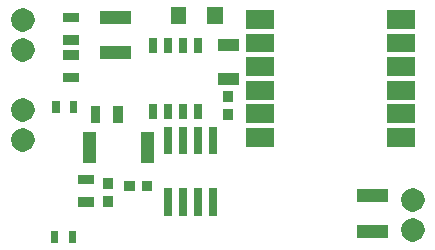
<source format=gts>
%TF.GenerationSoftware,KiCad,Pcbnew,5.0.2-bee76a0~70~ubuntu18.04.1*%
%TF.CreationDate,2019-04-02T12:12:55+02:00*%
%TF.ProjectId,HVPS_SMD,48565053-5f53-44d4-942e-6b696361645f,rev?*%
%TF.SameCoordinates,Original*%
%TF.FileFunction,Soldermask,Top*%
%TF.FilePolarity,Negative*%
%FSLAX46Y46*%
G04 Gerber Fmt 4.6, Leading zero omitted, Abs format (unit mm)*
G04 Created by KiCad (PCBNEW 5.0.2-bee76a0~70~ubuntu18.04.1) date Di 02 Apr 2019 12:12:55 CEST*
%MOMM*%
%LPD*%
G01*
G04 APERTURE LIST*
%ADD10C,0.127000*%
G04 APERTURE END LIST*
D10*
G36*
X184819000Y-82415000D02*
X184219000Y-82415000D01*
X184219000Y-81415000D01*
X184819000Y-81415000D01*
X184819000Y-82415000D01*
X184819000Y-82415000D01*
G37*
G36*
X183319000Y-82415000D02*
X182719000Y-82415000D01*
X182719000Y-81415000D01*
X183319000Y-81415000D01*
X183319000Y-82415000D01*
X183319000Y-82415000D01*
G37*
G36*
X213648713Y-80328237D02*
X213828845Y-80402850D01*
X213990964Y-80511174D01*
X214128826Y-80649036D01*
X214237150Y-80811155D01*
X214311763Y-80991287D01*
X214349800Y-81182512D01*
X214349800Y-81377488D01*
X214311763Y-81568713D01*
X214237150Y-81748845D01*
X214128826Y-81910964D01*
X213990964Y-82048826D01*
X213828845Y-82157150D01*
X213648713Y-82231763D01*
X213457488Y-82269800D01*
X213262512Y-82269800D01*
X213071287Y-82231763D01*
X212891155Y-82157150D01*
X212729036Y-82048826D01*
X212591174Y-81910964D01*
X212482850Y-81748845D01*
X212408237Y-81568713D01*
X212370200Y-81377488D01*
X212370200Y-81182512D01*
X212408237Y-80991287D01*
X212482850Y-80811155D01*
X212591174Y-80649036D01*
X212729036Y-80511174D01*
X212891155Y-80402850D01*
X213071287Y-80328237D01*
X213262512Y-80290200D01*
X213457488Y-80290200D01*
X213648713Y-80328237D01*
X213648713Y-80328237D01*
G37*
G36*
X211231000Y-81957000D02*
X208631000Y-81957000D01*
X208631000Y-80857000D01*
X211231000Y-80857000D01*
X211231000Y-81957000D01*
X211231000Y-81957000D01*
G37*
G36*
X195548720Y-80075240D02*
X194849280Y-80075240D01*
X194849280Y-77775600D01*
X195548720Y-77775600D01*
X195548720Y-80075240D01*
X195548720Y-80075240D01*
G37*
G36*
X193008720Y-80075240D02*
X192309280Y-80075240D01*
X192309280Y-77775600D01*
X193008720Y-77775600D01*
X193008720Y-80075240D01*
X193008720Y-80075240D01*
G37*
G36*
X194278720Y-80075240D02*
X193579280Y-80075240D01*
X193579280Y-77775600D01*
X194278720Y-77775600D01*
X194278720Y-80075240D01*
X194278720Y-80075240D01*
G37*
G36*
X196818720Y-80075240D02*
X196119280Y-80075240D01*
X196119280Y-77775600D01*
X196818720Y-77775600D01*
X196818720Y-80075240D01*
X196818720Y-80075240D01*
G37*
G36*
X213648713Y-77788237D02*
X213828845Y-77862850D01*
X213990964Y-77971174D01*
X214128826Y-78109036D01*
X214237150Y-78271155D01*
X214311763Y-78451287D01*
X214349800Y-78642512D01*
X214349800Y-78837488D01*
X214311763Y-79028713D01*
X214237150Y-79208845D01*
X214128826Y-79370964D01*
X213990964Y-79508826D01*
X213828845Y-79617150D01*
X213648713Y-79691763D01*
X213457488Y-79729800D01*
X213262512Y-79729800D01*
X213071287Y-79691763D01*
X212891155Y-79617150D01*
X212729036Y-79508826D01*
X212591174Y-79370964D01*
X212482850Y-79208845D01*
X212408237Y-79028713D01*
X212370200Y-78837488D01*
X212370200Y-78642512D01*
X212408237Y-78451287D01*
X212482850Y-78271155D01*
X212591174Y-78109036D01*
X212729036Y-77971174D01*
X212891155Y-77862850D01*
X213071287Y-77788237D01*
X213262512Y-77750200D01*
X213457488Y-77750200D01*
X213648713Y-77788237D01*
X213648713Y-77788237D01*
G37*
G36*
X186374000Y-79328000D02*
X184974000Y-79328000D01*
X184974000Y-78528000D01*
X186374000Y-78528000D01*
X186374000Y-79328000D01*
X186374000Y-79328000D01*
G37*
G36*
X188004000Y-79305000D02*
X187154000Y-79305000D01*
X187154000Y-78405000D01*
X188004000Y-78405000D01*
X188004000Y-79305000D01*
X188004000Y-79305000D01*
G37*
G36*
X211231000Y-78957000D02*
X208631000Y-78957000D01*
X208631000Y-77857000D01*
X211231000Y-77857000D01*
X211231000Y-78957000D01*
X211231000Y-78957000D01*
G37*
G36*
X189819000Y-78022000D02*
X188919000Y-78022000D01*
X188919000Y-77172000D01*
X189819000Y-77172000D01*
X189819000Y-78022000D01*
X189819000Y-78022000D01*
G37*
G36*
X191319000Y-78022000D02*
X190419000Y-78022000D01*
X190419000Y-77172000D01*
X191319000Y-77172000D01*
X191319000Y-78022000D01*
X191319000Y-78022000D01*
G37*
G36*
X188004000Y-77805000D02*
X187154000Y-77805000D01*
X187154000Y-76905000D01*
X188004000Y-76905000D01*
X188004000Y-77805000D01*
X188004000Y-77805000D01*
G37*
G36*
X186374000Y-77428000D02*
X184974000Y-77428000D01*
X184974000Y-76628000D01*
X186374000Y-76628000D01*
X186374000Y-77428000D01*
X186374000Y-77428000D01*
G37*
G36*
X186568000Y-75595000D02*
X185468000Y-75595000D01*
X185468000Y-72995000D01*
X186568000Y-72995000D01*
X186568000Y-75595000D01*
X186568000Y-75595000D01*
G37*
G36*
X191468000Y-75595000D02*
X190368000Y-75595000D01*
X190368000Y-72995000D01*
X191468000Y-72995000D01*
X191468000Y-75595000D01*
X191468000Y-75595000D01*
G37*
G36*
X194278720Y-74878400D02*
X193579280Y-74878400D01*
X193579280Y-72578760D01*
X194278720Y-72578760D01*
X194278720Y-74878400D01*
X194278720Y-74878400D01*
G37*
G36*
X196818720Y-74878400D02*
X196119280Y-74878400D01*
X196119280Y-72578760D01*
X196818720Y-72578760D01*
X196818720Y-74878400D01*
X196818720Y-74878400D01*
G37*
G36*
X195548720Y-74878400D02*
X194849280Y-74878400D01*
X194849280Y-72578760D01*
X195548720Y-72578760D01*
X195548720Y-74878400D01*
X195548720Y-74878400D01*
G37*
G36*
X193008720Y-74878400D02*
X192309280Y-74878400D01*
X192309280Y-72578760D01*
X193008720Y-72578760D01*
X193008720Y-74878400D01*
X193008720Y-74878400D01*
G37*
G36*
X180628713Y-72708237D02*
X180808845Y-72782850D01*
X180970964Y-72891174D01*
X181108826Y-73029036D01*
X181217150Y-73191155D01*
X181291763Y-73371287D01*
X181329800Y-73562512D01*
X181329800Y-73757488D01*
X181291763Y-73948713D01*
X181217150Y-74128845D01*
X181108826Y-74290964D01*
X180970964Y-74428826D01*
X180808845Y-74537150D01*
X180628713Y-74611763D01*
X180437488Y-74649800D01*
X180242512Y-74649800D01*
X180051287Y-74611763D01*
X179871155Y-74537150D01*
X179709036Y-74428826D01*
X179571174Y-74290964D01*
X179462850Y-74128845D01*
X179388237Y-73948713D01*
X179350200Y-73757488D01*
X179350200Y-73562512D01*
X179388237Y-73371287D01*
X179462850Y-73191155D01*
X179571174Y-73029036D01*
X179709036Y-72891174D01*
X179871155Y-72782850D01*
X180051287Y-72708237D01*
X180242512Y-72670200D01*
X180437488Y-72670200D01*
X180628713Y-72708237D01*
X180628713Y-72708237D01*
G37*
G36*
X201574870Y-74251020D02*
X199226970Y-74251020D01*
X199226970Y-72652420D01*
X201574870Y-72652420D01*
X201574870Y-74251020D01*
X201574870Y-74251020D01*
G37*
G36*
X213523030Y-74251020D02*
X211175130Y-74251020D01*
X211175130Y-72652420D01*
X213523030Y-72652420D01*
X213523030Y-74251020D01*
X213523030Y-74251020D01*
G37*
G36*
X213523030Y-72252040D02*
X211175130Y-72252040D01*
X211175130Y-70653440D01*
X213523030Y-70653440D01*
X213523030Y-72252040D01*
X213523030Y-72252040D01*
G37*
G36*
X201574870Y-72252040D02*
X199226970Y-72252040D01*
X199226970Y-70653440D01*
X201574870Y-70653440D01*
X201574870Y-72252040D01*
X201574870Y-72252040D01*
G37*
G36*
X188802000Y-72201000D02*
X188002000Y-72201000D01*
X188002000Y-70801000D01*
X188802000Y-70801000D01*
X188802000Y-72201000D01*
X188802000Y-72201000D01*
G37*
G36*
X186902000Y-72201000D02*
X186102000Y-72201000D01*
X186102000Y-70801000D01*
X186902000Y-70801000D01*
X186902000Y-72201000D01*
X186902000Y-72201000D01*
G37*
G36*
X180628713Y-70168237D02*
X180808845Y-70242850D01*
X180970964Y-70351174D01*
X181108826Y-70489036D01*
X181217150Y-70651155D01*
X181291763Y-70831287D01*
X181329800Y-71022512D01*
X181329800Y-71217488D01*
X181291763Y-71408713D01*
X181217150Y-71588845D01*
X181108826Y-71750964D01*
X180970964Y-71888826D01*
X180808845Y-71997150D01*
X180628713Y-72071763D01*
X180437488Y-72109800D01*
X180242512Y-72109800D01*
X180051287Y-72071763D01*
X179871155Y-71997150D01*
X179709036Y-71888826D01*
X179571174Y-71750964D01*
X179462850Y-71588845D01*
X179388237Y-71408713D01*
X179350200Y-71217488D01*
X179350200Y-71022512D01*
X179388237Y-70831287D01*
X179462850Y-70651155D01*
X179571174Y-70489036D01*
X179709036Y-70351174D01*
X179871155Y-70242850D01*
X180051287Y-70168237D01*
X180242512Y-70130200D01*
X180437488Y-70130200D01*
X180628713Y-70168237D01*
X180628713Y-70168237D01*
G37*
G36*
X198164000Y-71939000D02*
X197314000Y-71939000D01*
X197314000Y-71039000D01*
X198164000Y-71039000D01*
X198164000Y-71939000D01*
X198164000Y-71939000D01*
G37*
G36*
X191738720Y-71896440D02*
X191039280Y-71896440D01*
X191039280Y-70597560D01*
X191738720Y-70597560D01*
X191738720Y-71896440D01*
X191738720Y-71896440D01*
G37*
G36*
X195548720Y-71896440D02*
X194849280Y-71896440D01*
X194849280Y-70597560D01*
X195548720Y-70597560D01*
X195548720Y-71896440D01*
X195548720Y-71896440D01*
G37*
G36*
X193008720Y-71896440D02*
X192309280Y-71896440D01*
X192309280Y-70597560D01*
X193008720Y-70597560D01*
X193008720Y-71896440D01*
X193008720Y-71896440D01*
G37*
G36*
X194278720Y-71896440D02*
X193579280Y-71896440D01*
X193579280Y-70597560D01*
X194278720Y-70597560D01*
X194278720Y-71896440D01*
X194278720Y-71896440D01*
G37*
G36*
X183446000Y-71366000D02*
X182846000Y-71366000D01*
X182846000Y-70366000D01*
X183446000Y-70366000D01*
X183446000Y-71366000D01*
X183446000Y-71366000D01*
G37*
G36*
X184946000Y-71366000D02*
X184346000Y-71366000D01*
X184346000Y-70366000D01*
X184946000Y-70366000D01*
X184946000Y-71366000D01*
X184946000Y-71366000D01*
G37*
G36*
X198164000Y-70439000D02*
X197314000Y-70439000D01*
X197314000Y-69539000D01*
X198164000Y-69539000D01*
X198164000Y-70439000D01*
X198164000Y-70439000D01*
G37*
G36*
X213523030Y-70250520D02*
X211175130Y-70250520D01*
X211175130Y-68651920D01*
X213523030Y-68651920D01*
X213523030Y-70250520D01*
X213523030Y-70250520D01*
G37*
G36*
X201574870Y-70250520D02*
X199226970Y-70250520D01*
X199226970Y-68651920D01*
X201574870Y-68651920D01*
X201574870Y-70250520D01*
X201574870Y-70250520D01*
G37*
G36*
X198639000Y-69006000D02*
X196839000Y-69006000D01*
X196839000Y-68006000D01*
X198639000Y-68006000D01*
X198639000Y-69006000D01*
X198639000Y-69006000D01*
G37*
G36*
X185104000Y-68787000D02*
X183704000Y-68787000D01*
X183704000Y-67987000D01*
X185104000Y-67987000D01*
X185104000Y-68787000D01*
X185104000Y-68787000D01*
G37*
G36*
X201574870Y-68254080D02*
X199226970Y-68254080D01*
X199226970Y-66655480D01*
X201574870Y-66655480D01*
X201574870Y-68254080D01*
X201574870Y-68254080D01*
G37*
G36*
X213523030Y-68254080D02*
X211175130Y-68254080D01*
X211175130Y-66655480D01*
X213523030Y-66655480D01*
X213523030Y-68254080D01*
X213523030Y-68254080D01*
G37*
G36*
X180628713Y-65088237D02*
X180808845Y-65162850D01*
X180970964Y-65271174D01*
X181108826Y-65409036D01*
X181217150Y-65571155D01*
X181291763Y-65751287D01*
X181329800Y-65942512D01*
X181329800Y-66137488D01*
X181291763Y-66328713D01*
X181217150Y-66508845D01*
X181108826Y-66670964D01*
X180970964Y-66808826D01*
X180808845Y-66917150D01*
X180628713Y-66991763D01*
X180437488Y-67029800D01*
X180242512Y-67029800D01*
X180051287Y-66991763D01*
X179871155Y-66917150D01*
X179709036Y-66808826D01*
X179571174Y-66670964D01*
X179462850Y-66508845D01*
X179388237Y-66328713D01*
X179350200Y-66137488D01*
X179350200Y-65942512D01*
X179388237Y-65751287D01*
X179462850Y-65571155D01*
X179571174Y-65409036D01*
X179709036Y-65271174D01*
X179871155Y-65162850D01*
X180051287Y-65088237D01*
X180242512Y-65050200D01*
X180437488Y-65050200D01*
X180628713Y-65088237D01*
X180628713Y-65088237D01*
G37*
G36*
X185104000Y-66887000D02*
X183704000Y-66887000D01*
X183704000Y-66087000D01*
X185104000Y-66087000D01*
X185104000Y-66887000D01*
X185104000Y-66887000D01*
G37*
G36*
X189514000Y-66820000D02*
X186914000Y-66820000D01*
X186914000Y-65720000D01*
X189514000Y-65720000D01*
X189514000Y-66820000D01*
X189514000Y-66820000D01*
G37*
G36*
X193008720Y-66298280D02*
X192309280Y-66298280D01*
X192309280Y-64999400D01*
X193008720Y-64999400D01*
X193008720Y-66298280D01*
X193008720Y-66298280D01*
G37*
G36*
X195548720Y-66298280D02*
X194849280Y-66298280D01*
X194849280Y-64999400D01*
X195548720Y-64999400D01*
X195548720Y-66298280D01*
X195548720Y-66298280D01*
G37*
G36*
X191738720Y-66298280D02*
X191039280Y-66298280D01*
X191039280Y-64999400D01*
X191738720Y-64999400D01*
X191738720Y-66298280D01*
X191738720Y-66298280D01*
G37*
G36*
X194278720Y-66298280D02*
X193579280Y-66298280D01*
X193579280Y-64999400D01*
X194278720Y-64999400D01*
X194278720Y-66298280D01*
X194278720Y-66298280D01*
G37*
G36*
X201574870Y-66252560D02*
X199226970Y-66252560D01*
X199226970Y-64653960D01*
X201574870Y-64653960D01*
X201574870Y-66252560D01*
X201574870Y-66252560D01*
G37*
G36*
X213523030Y-66252560D02*
X211175130Y-66252560D01*
X211175130Y-64653960D01*
X213523030Y-64653960D01*
X213523030Y-66252560D01*
X213523030Y-66252560D01*
G37*
G36*
X198639000Y-66106000D02*
X196839000Y-66106000D01*
X196839000Y-65106000D01*
X198639000Y-65106000D01*
X198639000Y-66106000D01*
X198639000Y-66106000D01*
G37*
G36*
X185104000Y-65612000D02*
X183704000Y-65612000D01*
X183704000Y-64812000D01*
X185104000Y-64812000D01*
X185104000Y-65612000D01*
X185104000Y-65612000D01*
G37*
G36*
X180628713Y-62548237D02*
X180808845Y-62622850D01*
X180970964Y-62731174D01*
X181108826Y-62869036D01*
X181217150Y-63031155D01*
X181291763Y-63211287D01*
X181329800Y-63402512D01*
X181329800Y-63597488D01*
X181291763Y-63788713D01*
X181217150Y-63968845D01*
X181108826Y-64130964D01*
X180970964Y-64268826D01*
X180808845Y-64377150D01*
X180628713Y-64451763D01*
X180437488Y-64489800D01*
X180242512Y-64489800D01*
X180051287Y-64451763D01*
X179871155Y-64377150D01*
X179709036Y-64268826D01*
X179571174Y-64130964D01*
X179462850Y-63968845D01*
X179388237Y-63788713D01*
X179350200Y-63597488D01*
X179350200Y-63402512D01*
X179388237Y-63211287D01*
X179462850Y-63031155D01*
X179571174Y-62869036D01*
X179709036Y-62731174D01*
X179871155Y-62622850D01*
X180051287Y-62548237D01*
X180242512Y-62510200D01*
X180437488Y-62510200D01*
X180628713Y-62548237D01*
X180628713Y-62548237D01*
G37*
G36*
X201574870Y-64253580D02*
X199226970Y-64253580D01*
X199226970Y-62654980D01*
X201574870Y-62654980D01*
X201574870Y-64253580D01*
X201574870Y-64253580D01*
G37*
G36*
X213523030Y-64253580D02*
X211175130Y-64253580D01*
X211175130Y-62654980D01*
X213523030Y-62654980D01*
X213523030Y-64253580D01*
X213523030Y-64253580D01*
G37*
G36*
X197268300Y-63867500D02*
X195974500Y-63867500D01*
X195974500Y-62370500D01*
X197268300Y-62370500D01*
X197268300Y-63867500D01*
X197268300Y-63867500D01*
G37*
G36*
X194169500Y-63867500D02*
X192875700Y-63867500D01*
X192875700Y-62370500D01*
X194169500Y-62370500D01*
X194169500Y-63867500D01*
X194169500Y-63867500D01*
G37*
G36*
X189514000Y-63820000D02*
X186914000Y-63820000D01*
X186914000Y-62720000D01*
X189514000Y-62720000D01*
X189514000Y-63820000D01*
X189514000Y-63820000D01*
G37*
G36*
X185104000Y-63712000D02*
X183704000Y-63712000D01*
X183704000Y-62912000D01*
X185104000Y-62912000D01*
X185104000Y-63712000D01*
X185104000Y-63712000D01*
G37*
M02*

</source>
